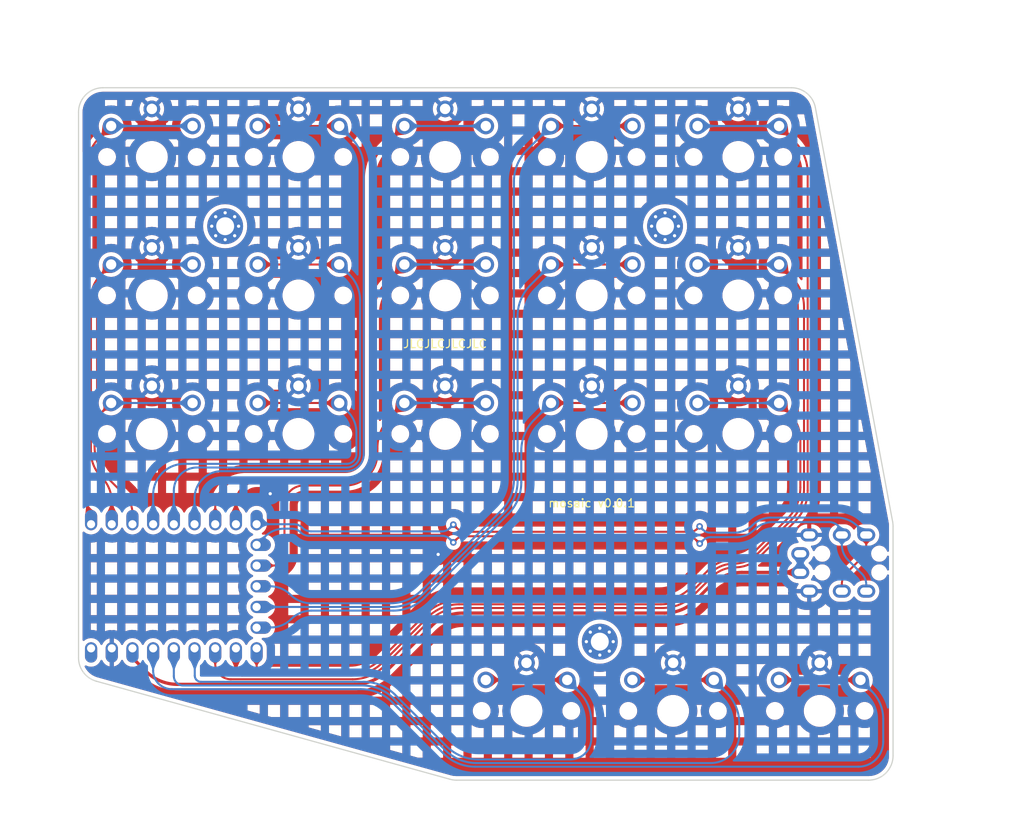
<source format=kicad_pcb>
(kicad_pcb (version 20221018) (generator pcbnew)
  (title_block (title "mosaic_pcb") (rev "v1.0.0") (company "Unknown"))
  (layers (0 "F.Cu" signal) (31 "B.Cu" signal) (34 "B.Paste" user) (35 "F.Paste" user) (36 "B.SilkS" user "B.Silkscreen") (37 "F.SilkS" user "F.Silkscreen") (38 "B.Mask" user) (39 "F.Mask" user) (44 "Edge.Cuts" user))
  (net 0 "")
  (net 1 "matrix_pinky_bottom")
  (net 2 "GND")
  (net 3 "matrix_pinky_home")
  (net 4 "matrix_pinky_top")
  (net 5 "matrix_ring_bottom")
  (net 6 "matrix_ring_home")
  (net 7 "matrix_ring_top")
  (net 8 "matrix_middle_bottom")
  (net 9 "matrix_middle_home")
  (net 10 "matrix_middle_top")
  (net 11 "matrix_index_bottom")
  (net 12 "matrix_index_home")
  (net 13 "matrix_index_top")
  (net 14 "matrix_inner_bottom")
  (net 15 "matrix_inner_home")
  (net 16 "matrix_inner_top")
  (net 17 "thumbfan_near_home")
  (net 18 "thumbfan_home_home")
  (net 19 "thumbfan_far_home")
  (net 20 "GP8")
  (net 21 "GP9")
  (net 22 "3V3")
  (net 23 "5V")
  (footprint "MountingHole_2.2mm_M2_Pad_Via" (layer "F.Cu") (at 153 110.5)
    (fp_text reference "_2" hide)
    (fp_text value "")
  )
  (footprint "PG1350" (layer "F.Cu") (at 216 119)
    (fp_text reference "S14" hide)
    (fp_text value "" hide)
  )
  (footprint "PG1350" (layer "F.Cu") (at 162 119)
    (fp_text reference "S5" hide)
    (fp_text value "" hide)
  )
  (footprint "PG1350" (layer "F.Cu") (at 162 136)
    (fp_text reference "S4" hide)
    (fp_text value "" hide)
  )
  (footprint "PG1350" (layer "F.Cu") (at 144 119)
    (fp_text reference "S2" hide)
    (fp_text value "" hide)
  )
  (footprint "PG1350" (layer "F.Cu") (at 162 102)
    (fp_text reference "S6" hide)
    (fp_text value "" hide)
  )
  (footprint "PG1350" (layer "F.Cu") (at 180 119)
    (fp_text reference "S8" hide)
    (fp_text value "" hide)
  )
  (footprint "PG1350" (layer "F.Cu") (at 198 136)
    (fp_text reference "S10" hide)
    (fp_text value "" hide)
  )
  (footprint "MountingHole_2.2mm_M2_Pad_Via" (layer "F.Cu") (at 198.99 161.5)
    (fp_text reference "_3" hide)
    (fp_text value "")
  )
  (footprint "PG1350" (layer "F.Cu") (at 180 136)
    (fp_text reference "S7" hide)
    (fp_text value "" hide)
  )
  (footprint "PG1350" (layer "F.Cu") (at 144 102)
    (fp_text reference "S3" hide)
    (fp_text value "" hide)
  )
  (footprint "PG1350" (layer "F.Cu") (at 225.99 170)
    (fp_text reference "S18" hide)
    (fp_text value "" hide)
  )
  (footprint "TRRS-PJ-320A-dual" (layer "F.Cu") (at 234.9 153 -90)
    (fp_text reference "TRRS1")
    (fp_text value "TRRS-PJ-320A-dual")
  )
  (footprint "PG1350" (layer "F.Cu") (at 144 136)
    (fp_text reference "S1" hide)
    (fp_text value "" hide)
  )
  (footprint "MountingHole_2.2mm_M2_Pad_Via" (layer "F.Cu") (at 207 110.5)
    (fp_text reference "_4" hide)
    (fp_text value "")
  )
  (footprint "PG1350" (layer "F.Cu") (at 198 102)
    (fp_text reference "S12" hide)
    (fp_text value "" hide)
  )
  (footprint "rp2040_zero_tht_pads" (layer "F.Cu") (at 146.7 154.7 90)
    (fp_text reference "")
    (fp_text value "")
  )
  (footprint "PG1350" (layer "F.Cu") (at 216 136)
    (fp_text reference "S13" hide)
    (fp_text value "" hide)
  )
  (footprint "PG1350" (layer "F.Cu") (at 198 119)
    (fp_text reference "S11" hide)
    (fp_text value "" hide)
  )
  (footprint "PG1350" (layer "F.Cu") (at 216 102)
    (fp_text reference "S15" hide)
    (fp_text value "" hide)
  )
  (footprint "PG1350" (layer "F.Cu") (at 180 102)
    (fp_text reference "S9" hide)
    (fp_text value "" hide)
  )
  (footprint "PG1350" (layer "F.Cu") (at 189.99 170)
    (fp_text reference "S16" hide)
    (fp_text value "" hide)
  )
  (footprint "PG1350" (layer "F.Cu") (at 207.99 170)
    (fp_text reference "S17" hide)
    (fp_text value "" hide)
  )
  (gr_line (start 234.99 147.327438) (end 234.99 175.5) (stroke (width 0.15)) (layer "Edge.Cuts"))
  (gr_arc (start 222.507906 93.499999) (mid 224.424868 94.192347) (end 225.457027 95.949828) (stroke (width 0.15)) (layer "Edge.Cuts"))
  (gr_arc (start 234.93912 146.777266) (mid 234.977253 147.051178) (end 234.99 147.327438) (stroke (width 0.15)) (layer "Edge.Cuts"))
  (gr_line (start 225.457027 95.949828) (end 234.93912 146.777266) (stroke (width 0.15)) (layer "Edge.Cuts"))
  (gr_arc (start 181.398154 178.5) (mid 180.993726 178.472615) (end 180.596681 178.390959) (stroke (width 0.15)) (layer "Edge.Cuts"))
  (gr_arc (start 137.198528 166.359507) (mid 135.61207 165.284531) (end 135 163.468548) (stroke (width 0.15)) (layer "Edge.Cuts"))
  (gr_line (start 231.99 178.5) (end 181.398154 178.5) (stroke (width 0.15)) (layer "Edge.Cuts"))
  (gr_line (start 180.596681 178.390959) (end 137.198528 166.359507) (stroke (width 0.15)) (layer "Edge.Cuts"))
  (gr_arc (start 234.99 175.5) (mid 234.11132 177.62132) (end 231.99 178.5) (stroke (width 0.15)) (layer "Edge.Cuts"))
  (gr_line (start 138 93.5) (end 222.507906 93.5) (stroke (width 0.15)) (layer "Edge.Cuts"))
  (gr_line (start 135 163.468548) (end 135 96.5) (stroke (width 0.15)) (layer "Edge.Cuts"))
  (gr_arc (start 135 96.5) (mid 135.87868 94.37868) (end 138 93.5) (stroke (width 0.15)) (layer "Edge.Cuts"))
  (gr_text "JLCJLCJLCJLC" (at 180 124.95) (layer "F.SilkS") (effects (font (size 1 1))))
  (gr_text "mosaic v0.0.1" (at 198 144.5) (layer "F.SilkS") (effects (font (size 1 1))))
  (segment (start 136.97 135.665426) (end 136.97 137.546036) (width 0.25) (layer "F.Cu") (net 1))
  (segment (start 138.563792 141.393792) (end 140.690154 143.520154) (width 0.25) (layer "F.Cu") (net 1))
  (segment (start 137.985 133.215) (end 139 132.2) (width 0.25) (layer "F.Cu") (net 1))
  (arc (start 138.563792 141.393792) (mid 137.384213 139.628426) (end 136.97 137.546036) (width 0.25) (layer "F.Cu") (net 1))
  (arc (start 140.690154 143.520154) (mid 141.37834 144.550098) (end 141.62 145.765) (width 0.25) (layer "F.Cu") (net 1))
  (arc (start 136.97 135.665426) (mid 137.233789 134.339265) (end 137.985 133.215) (width 0.25) (layer "F.Cu") (net 1))
  (segment (start 139 132.2) (end 149 132.2) (width 0.25) (layer "B.Cu") (net 1))
  (via (at 158.53 143.34) (size 0.8) (drill 0.4) (layers "F.Cu" "B.Cu") (net 2))
  (via (at 179.15 150.79) (size 0.8) (drill 0.4) (layers "F.Cu" "B.Cu") (net 2))
  (segment (start 139.08 144.356589) (end 139.08 147.08) (width 0.25) (layer "F.Cu") (net 3))
  (segment (start 137.76 116.44) (end 139 115.2) (width 0.25) (layer "F.Cu") (net 3))
  (segment (start 136.52 119.433624) (end 136.52 138.176202) (width 0.25) (layer "F.Cu") (net 3))
  (arc (start 137.76 116.44) (mid 136.842265 117.813486) (end 136.52 119.433624) (width 0.25) (layer "F.Cu") (net 3))
  (arc (start 139.08 144.356589) (mid 138.747338 142.684188) (end 137.8 141.266396) (width 0.25) (layer "F.Cu") (net 3))
  (arc (start 137.8 141.266396) (mid 136.852661 139.848603) (end 136.52 138.176202) (width 0.25) (layer "F.Cu") (net 3))
  (segment (start 139 115.2) (end 149 115.2) (width 0.25) (layer "B.Cu") (net 3))
  (segment (start 137.535 99.665) (end 139 98.2) (width 0.25) (layer "F.Cu") (net 4))
  (segment (start 136.07 103.201822) (end 136.07 146.61) (width 0.25) (layer "F.Cu") (net 4))
  (arc (start 137.535 99.665) (mid 136.450741 101.287707) (end 136.07 103.201822) (width 0.25) (layer "F.Cu") (net 4))
  (segment (start 139 98.2) (end 149 98.2) (width 0.25) (layer "B.Cu") (net 4))
  (segment (start 157 132.2) (end 167 132.2) (width 0.25) (layer "F.Cu") (net 5))
  (segment (start 168.055 133.255) (end 167 132.2) (width 0.25) (layer "B.Cu") (net 5))
  (segment (start 169.11 135.801995) (end 169.11 138.475025) (width 0.25) (layer "B.Cu") (net 5))
  (segment (start 147.983919 139.67) (end 167.915025 139.67) (width 0.25) (layer "B.Cu") (net 5))
  (segment (start 144.16 143.493919) (end 144.16 147.08) (width 0.25) (layer "B.Cu") (net 5))
  (arc (start 169.11 135.801995) (mid 168.835814 134.423571) (end 168.055 133.255) (width 0.25) (layer "B.Cu") (net 5))
  (arc (start 144.16 143.493919) (mid 144.451078 142.030568) (end 145.28 140.79) (width 0.25) (layer "B.Cu") (net 5))
  (arc (start 145.28 140.79) (mid 146.520568 139.961078) (end 147.983919 139.67) (width 0.25) (layer "B.Cu") (net 5))
  (arc (start 168.76 139.32) (mid 169.019037 138.932322) (end 169.11 138.475025) (width 0.25) (layer "B.Cu") (net 5))
  (arc (start 168.76 139.32) (mid 168.372322 139.579037) (end 167.915025 139.67) (width 0.25) (layer "B.Cu") (net 5))
  (segment (start 157 115.2) (end 167 115.2) (width 0.25) (layer "F.Cu") (net 6))
  (segment (start 146.7 142.970868) (end 146.7 147.08) (width 0.25) (layer "B.Cu") (net 6))
  (segment (start 167.915025 140.12) (end 149.550868 140.12) (width 0.25) (layer "B.Cu") (net 6))
  (segment (start 168.28 116.48) (end 167 115.2) (width 0.25) (layer "B.Cu") (net 6))
  (segment (start 169.56 138.475025) (end 169.56 119.570193) (width 0.25) (layer "B.Cu") (net 6))
  (arc (start 146.7 142.970868) (mid 146.917009 141.879888) (end 147.535 140.955) (width 0.25) (layer "B.Cu") (net 6))
  (arc (start 167.915025 140.12) (mid 168.544529 139.994783) (end 169.078198 139.638198) (width 0.25) (layer "B.Cu") (net 6))
  (arc (start 147.535 140.955) (mid 148.459888 140.337009) (end 149.550868 140.12) (width 0.25) (layer "B.Cu") (net 6))
  (arc (start 169.56 119.570193) (mid 169.227338 117.897792) (end 168.28 116.48) (width 0.25) (layer "B.Cu") (net 6))
  (arc (start 169.56 138.475025) (mid 169.434783 139.104529) (end 169.078198 139.638198) (width 0.25) (layer "B.Cu") (net 6))
  (segment (start 157 98.2) (end 167 98.2) (width 0.25) (layer "F.Cu") (net 7))
  (segment (start 152.585929 140.57) (end 167.915024 140.57) (width 0.25) (layer "B.Cu") (net 7))
  (segment (start 168.505 99.705) (end 167 98.2) (width 0.25) (layer "B.Cu") (net 7))
  (segment (start 149.24 143.915929) (end 149.24 147.08) (width 0.25) (layer "B.Cu") (net 7))
  (segment (start 170.01 138.475024) (end 170.01 103.338391) (width 0.25) (layer "B.Cu") (net 7))
  (arc (start 170.01 138.475024) (mid 169.850529 139.276736) (end 169.396396 139.956396) (width 0.25) (layer "B.Cu") (net 7))
  (arc (start 152.585929 140.57) (mid 151.305497 140.824693) (end 150.22 141.55) (width 0.25) (layer "B.Cu") (net 7))
  (arc (start 167.915024 140.57) (mid 168.716736 140.410529) (end 169.396396 139.956396) (width 0.25) (layer "B.Cu") (net 7))
  (arc (start 150.22 141.55) (mid 149.494693 142.635497) (end 149.24 143.915929) (width 0.25) (layer "B.Cu") (net 7))
  (arc (start 168.505 99.705) (mid 169.618863 101.372014) (end 170.01 103.338391) (width 0.25) (layer "B.Cu") (net 7))
  (segment (start 171.69 137.763963) (end 171.69 138.391349) (width 0.25) (layer "F.Cu") (net 8))
  (segment (start 158.880172 152.16) (end 156.86 152.16) (width 0.25) (layer "F.Cu") (net 8))
  (segment (start 162.635807 142.33) (end 167.751349 142.33) (width 0.25) (layer "F.Cu") (net 8))
  (segment (start 173.283792 133.916207) (end 175 132.2) (width 0.25) (layer "F.Cu") (net 8))
  (segment (start 160.28 150.760172) (end 160.28 144.685807) (width 0.25) (layer "F.Cu") (net 8))
  (arc (start 170.536396 141.176396) (mid 169.258605 142.030188) (end 167.751349 142.33) (width 0.25) (layer "F.Cu") (net 8))
  (arc (start 173.283792 133.916207) (mid 172.104213 135.681572) (end 171.69 137.763963) (width 0.25) (layer "F.Cu") (net 8))
  (arc (start 158.880172 152.16) (mid 159.415863 152.053444) (end 159.87 151.75) (width 0.25) (layer "F.Cu") (net 8))
  (arc (start 160.97 143.02) (mid 161.734278 142.509325) (end 162.635807 142.33) (width 0.25) (layer "F.Cu") (net 8))
  (arc (start 170.536396 141.176396) (mid 171.390188 139.898605) (end 171.69 138.391349) (width 0.25) (layer "F.Cu") (net 8))
  (arc (start 160.97 143.02) (mid 160.459325 143.784278) (end 160.28 144.685807) (width 0.25) (layer "F.Cu") (net 8))
  (arc (start 160.28 150.760172) (mid 160.173444 151.295863) (end 159.87 151.75) (width 0.25) (layer "F.Cu") (net 8))
  (segment (start 175 132.2) (end 185 132.2) (width 0.25) (layer "B.Cu") (net 8))
  (segment (start 172.833792 117.366207) (end 175 115.2) (width 0.25) (layer "F.Cu") (net 9))
  (segment (start 171.24 121.213963) (end 171.24 138.391349) (width 0.25) (layer "F.Cu") (net 9))
  (segment (start 154.32 144.44066) (end 154.32 147.08) (width 0.25) (layer "F.Cu") (net 9))
  (segment (start 167.751349 141.88) (end 156.88066 141.88) (width 0.25) (layer "F.Cu") (net 9))
  (arc (start 172.833792 117.366207) (mid 171.654213 119.131572) (end 171.24 121.213963) (width 0.25) (layer "F.Cu") (net 9))
  (arc (start 155.07 142.63) (mid 154.514918 143.460737) (end 154.32 144.44066) (width 0.25) (layer "F.Cu") (net 9))
  (arc (start 171.24 138.391349) (mid 170.974442 139.726398) (end 170.218198 140.858198) (width 0.25) (layer "F.Cu") (net 9))
  (arc (start 155.07 142.63) (mid 155.900737 142.074918) (end 156.88066 141.88) (width 0.25) (layer "F.Cu") (net 9))
  (arc (start 167.751349 141.88) (mid 169.086398 141.614442) (end 170.218198 140.858198) (width 0.25) (layer "F.Cu") (net 9))
  (segment (start 175 115.2) (end 185 115.2) (width 0.25) (layer "B.Cu") (net 9))
  (segment (start 170.79 138.391349) (end 170.79 104.663963) (width 0.25) (layer "F.Cu") (net 10))
  (segment (start 151.78 145.134421) (end 151.78 147.08) (width 0.25) (layer "F.Cu") (net 10))
  (segment (start 155.484421 141.43) (end 167.751349 141.43) (width 0.25) (layer "F.Cu") (net 10))
  (segment (start 172.383792 100.816207) (end 175 98.2) (width 0.25) (layer "F.Cu") (net 10))
  (arc (start 152.865 142.515) (mid 154.0668 141.711982) (end 155.484421 141.43) (width 0.25) (layer "F.Cu") (net 10))
  (arc (start 169.9 140.54) (mid 168.91419 141.198696) (end 167.751349 141.43) (width 0.25) (layer "F.Cu") (net 10))
  (arc (start 172.383792 100.816207) (mid 171.204213 102.581572) (end 170.79 104.663963) (width 0.25) (layer "F.Cu") (net 10))
  (arc (start 152.865 142.515) (mid 152.061982 143.7168) (end 151.78 145.134421) (width 0.25) (layer "F.Cu") (net 10))
  (arc (start 170.79 138.391349) (mid 170.558696 139.55419) (end 169.9 140.54) (width 0.25) (layer "F.Cu") (net 10))
  (segment (start 175 98.2) (end 185 98.2) (width 0.25) (layer "B.Cu") (net 10))
  (segment (start 193 132.2) (end 203 132.2) (width 0.25) (layer "F.Cu") (net 11))
  (segment (start 177.476584 156.096207) (end 187.756207 145.816584) (width 0.25) (layer "B.Cu") (net 11))
  (segment (start 158.62336 159.75) (end 156.89 159.75) (width 0.25) (layer "B.Cu") (net 11))
  (segment (start 190.943792 134.256207) (end 193 132.2) (width 0.25) (layer "B.Cu") (net 11))
  (segment (start 189.35 141.968828) (end 189.35 138.103963) (width 0.25) (layer "B.Cu") (net 11))
  (segment (start 173.628828 157.69) (end 163.596639 157.69) (width 0.25) (layer "B.Cu") (net 11))
  (arc (start 190.943792 134.256207) (mid 189.764213 136.021572) (end 189.35 138.103963) (width 0.25) (layer "B.Cu") (net 11))
  (arc (start 177.476584 156.096207) (mid 175.711218 157.275786) (end 173.628828 157.69) (width 0.25) (layer "B.Cu") (net 11))
  (arc (start 161.11 158.72) (mid 162.250879 157.957688) (end 163.596639 157.69) (width 0.25) (layer "B.Cu") (net 11))
  (arc (start 189.35 141.968828) (mid 188.935786 144.051218) (end 187.756207 145.816584) (width 0.25) (layer "B.Cu") (net 11))
  (arc (start 158.62336 159.75) (mid 159.969119 159.482311) (end 161.11 158.72) (width 0.25) (layer "B.Cu") (net 11))
  (segment (start 193 115.2) (end 203 115.2) (width 0.25) (layer "F.Cu") (net 12))
  (segment (start 177.290188 155.646207) (end 187.306207 145.630188) (width 0.25) (layer "B.Cu") (net 12))
  (segment (start 188.9 121.553963) (end 188.9 141.782432) (width 0.25) (layer "B.Cu") (net 12))
  (segment (start 173.442432 157.24) (end 156.86 157.24) (width 0.25) (layer "B.Cu") (net 12))
  (segment (start 190.493792 117.706207) (end 193 115.2) (width 0.25) (layer "B.Cu") (net 12))
  (arc (start 177.290188 155.646207) (mid 175.524822 156.825786) (end 173.442432 157.24) (width 0.25) (layer "B.Cu") (net 12))
  (arc (start 190.493792 117.706207) (mid 189.314213 119.471572) (end 188.9 121.553963) (width 0.25) (layer "B.Cu") (net 12))
  (arc (start 187.306207 145.630188) (mid 188.485786 143.864822) (end 188.9 141.782432) (width 0.25) (layer "B.Cu") (net 12))
  (segment (start 193 98.2) (end 203 98.2) (width 0.25) (layer "F.Cu") (net 13))
  (segment (start 177.103792 155.196207) (end 186.856207 145.443792) (width 0.25) (layer "B.Cu") (net 13))
  (segment (start 173.256036 156.79) (end 163.547853 156.79) (width 0.25) (layer "B.Cu") (net 13))
  (segment (start 158.502146 154.7) (end 156.86 154.7) (width 0.25) (layer "B.Cu") (net 13))
  (segment (start 190.043792 101.156207) (end 193 98.2) (width 0.25) (layer "B.Cu") (net 13))
  (segment (start 188.45 141.596036) (end 188.45 105.003963) (width 0.25) (layer "B.Cu") (net 13))
  (arc (start 188.45 141.596036) (mid 188.035786 143.678426) (end 186.856207 145.443792) (width 0.25) (layer "B.Cu") (net 13))
  (arc (start 163.547853 156.79) (mid 162.182494 156.518413) (end 161.025 155.745) (width 0.25) (layer "B.Cu") (net 13))
  (arc (start 190.043792 101.156207) (mid 188.864213 102.921572) (end 188.45 105.003963) (width 0.25) (layer "B.Cu") (net 13))
  (arc (start 158.502146 154.7) (mid 159.867504 154.971586) (end 161.025 155.745) (width 0.25) (layer "B.Cu") (net 13))
  (arc (start 177.103792 155.196207) (mid 175.338426 156.375786) (end 173.256036 156.79) (width 0.25) (layer "B.Cu") (net 13))
  (segment (start 222.305 133.505) (end 221 132.2) (width 0.25) (layer "F.Cu") (net 14))
  (segment (start 218.155662 150.271545) (end 222.016207 146.411) (width 0.25) (layer "F.Cu") (net 14))
  (segment (start 210.152116 154.871207) (end 212.34487 152.678454) (width 0.25) (layer "F.Cu") (net 14))
  (segment (start 156.86 164.369982) (end 156.86 162.32) (width 0.25) (layer "F.Cu") (net 14))
  (segment (start 223.61 142.563244) (end 223.61 136.655548) (width 0.25) (layer "F.Cu") (net 14))
  (segment (start 168.27436 165.215) (end 157.705017 165.215) (width 0.25) (layer "F.Cu") (net 14))
  (segment (start 206.30436 156.465) (end 181.532288 156.465) (width 0.25) (layer "F.Cu") (net 14))
  (segment (start 172.122116 163.621207) (end 177.684532 158.058792) (width 0.25) (layer "F.Cu") (net 14))
  (arc (start 222.305 133.505) (mid 223.270841 134.950483) (end 223.61 136.655548) (width 0.25) (layer "F.Cu") (net 14))
  (arc (start 156.86 164.369982) (mid 156.924323 164.693356) (end 157.1075 164.9675) (width 0.25) (layer "F.Cu") (net 14))
  (arc (start 157.1075 164.9675) (mid 157.381643 165.150676) (end 157.705017 165.215) (width 0.25) (layer "F.Cu") (net 14))
  (arc (start 223.61 142.563244) (mid 223.195786 144.645634) (end 222.016207 146.411) (width 0.25) (layer "F.Cu") (net 14))
  (arc (start 172.122116 163.621207) (mid 170.35675 164.800786) (end 168.27436 165.215) (width 0.25) (layer "F.Cu") (net 14))
  (arc (start 215.250266 151.475) (mid 213.677877 151.787767) (end 212.34487 152.678454) (width 0.25) (layer "F.Cu") (net 14))
  (arc (start 218.155662 150.271545) (mid 216.822655 151.162232) (end 215.250266 151.475) (width 0.25) (layer "F.Cu") (net 14))
  (arc (start 181.532288 156.465) (mid 179.449897 156.879213) (end 177.684532 158.058792) (width 0.25) (layer "F.Cu") (net 14))
  (arc (start 206.30436 156.465) (mid 208.38675 156.050786) (end 210.152116 154.871207) (width 0.25) (layer "F.Cu") (net 14))
  (segment (start 211 132.2) (end 221 132.2) (width 0.25) (layer "B.Cu") (net 14))
  (segment (start 206.490756 156.915) (end 181.718684 156.915) (width 0.25) (layer "F.Cu") (net 15))
  (segment (start 154.32 164.922408) (end 154.32 162.32) (width 0.25) (layer "F.Cu") (net 15))
  (segment (start 212.531266 153.128454) (end 210.338512 155.321207) (width 0.25) (layer "F.Cu") (net 15))
  (segment (start 224.06 142.74964) (end 224.06 120.423746) (width 0.25) (layer "F.Cu") (net 15))
  (segment (start 218.342058 150.721545) (end 222.466207 146.597396) (width 0.25) (layer "F.Cu") (net 15))
  (segment (start 222.53 116.73) (end 221 115.2) (width 0.25) (layer "F.Cu") (net 15))
  (segment (start 168.460756 165.665) (end 155.062591 165.665) (width 0.25) (layer "F.Cu") (net 15))
  (segment (start 172.308512 164.071207) (end 177.870928 158.508792) (width 0.25) (layer "F.Cu") (net 15))
  (arc (start 206.490756 156.915) (mid 208.573146 156.500786) (end 210.338512 155.321207) (width 0.25) (layer "F.Cu") (net 15))
  (arc (start 224.06 120.423746) (mid 223.662365 118.424705) (end 222.53 116.73) (width 0.25) (layer "F.Cu") (net 15))
  (arc (start 177.870928 158.508792) (mid 179.636293 157.329213) (end 181.718684 156.915) (width 0.25) (layer "F.Cu") (net 15))
  (arc (start 172.308512 164.071207) (mid 170.543146 165.250786) (end 168.460756 165.665) (width 0.25) (layer "F.Cu") (net 15))
  (arc (start 224.06 142.74964) (mid 223.645786 144.83203) (end 222.466207 146.597396) (width 0.25) (layer "F.Cu") (net 15))
  (arc (start 154.5375 165.4475) (mid 154.778413 165.608473) (end 155.062591 165.665) (width 0.25) (layer "F.Cu") (net 15))
  (arc (start 212.531266 153.128454) (mid 213.864273 152.237767) (end 215.436662 151.925) (width 0.25) (layer "F.Cu") (net 15))
  (arc (start 218.342058 150.721545) (mid 217.009051 151.612232) (end 215.436662 151.925) (width 0.25) (layer "F.Cu") (net 15))
  (arc (start 154.5375 165.4475) (mid 154.376526 165.206585) (end 154.32 164.922408) (width 0.25) (layer "F.Cu") (net 15))
  (segment (start 211 115.2) (end 221 115.2) (width 0.25) (layer "B.Cu") (net 15))
  (segment (start 172.494908 164.521207) (end 178.057323 158.958792) (width 0.25) (layer "F.Cu") (net 16))
  (segment (start 224.51 103.963963) (end 224.51 142.936036) (width 0.25) (layer "F.Cu") (net 16))
  (segment (start 218.528454 151.171545) (end 222.916207 146.783792) (width 0.25) (layer "F.Cu") (net 16))
  (segment (start 210.524908 155.771207) (end 212.717662 153.578454) (width 0.25) (layer "F.Cu") (net 16))
  (segment (start 222.916207 100.116207) (end 221 98.2) (width 0.25) (layer "F.Cu") (net 16))
  (segment (start 206.677152 157.365) (end 181.90508 157.365) (width 0.25) (layer "F.Cu") (net 16))
  (segment (start 151.78 164.194504) (end 151.78 162.32) (width 0.25) (layer "F.Cu") (net 16))
  (segment (start 168.647152 166.115) (end 153.700495 166.115) (width 0.25) (layer "F.Cu") (net 16))
  (arc (start 153.700495 166.115) (mid 152.965553 165.968811) (end 152.3425 165.5525) (width 0.25) (layer "F.Cu") (net 16))
  (arc (start 172.494908 164.521207) (mid 170.729542 165.700786) (end 168.647152 166.115) (width 0.25) (layer "F.Cu") (net 16))
  (arc (start 210.524908 155.771207) (mid 208.759542 156.950786) (end 206.677152 157.365) (width 0.25) (layer "F.Cu") (net 16))
  (arc (start 212.717662 153.578454) (mid 214.050669 152.687767) (end 215.623058 152.375) (width 0.25) (layer "F.Cu") (net 16))
  (arc (start 181.90508 157.365) (mid 179.822689 157.779213) (end 178.057323 158.958792) (width 0.25) (layer "F.Cu") (net 16))
  (arc (start 224.51 103.963963) (mid 224.095786 101.881572) (end 222.916207 100.116207) (width 0.25) (layer "F.Cu") (net 16))
  (arc (start 151.78 164.194504) (mid 151.926188 164.929446) (end 152.3425 165.5525) (width 0.25) (layer "F.Cu") (net 16))
  (arc (start 222.916207 146.783792) (mid 224.095786 145.018426) (end 224.51 142.936036) (width 0.25) (layer "F.Cu") (net 16))
  (arc (start 218.528454 151.171545) (mid 217.195447 152.062232) (end 215.623058 152.375) (width 0.25) (layer "F.Cu") (net 16))
  (segment (start 211 98.2) (end 221 98.2) (width 0.25) (layer "B.Cu") (net 16))
  (segment (start 184.99 166.2) (end 194.99 166.2) (width 0.25) (layer "F.Cu") (net 17))
  (segment (start 180.198999 174.356207) (end 173.866584 168.023792) (width 0.25) (layer "B.Cu") (net 17))
  (segment (start 196.465 167.675) (end 194.99 166.2) (width 0.25) (layer "B.Cu") (net 17))
  (segment (start 195.413481 175.95) (end 184.046755 175.95) (width 0.25) (layer "B.Cu") (net 17))
  (segment (start 149.27 165.661801) (end 149.27 162.35) (width 0.25) (layer "B.Cu") (net 17))
  (segment (start 150.038198 166.43) (end 170.018828 166.43) (width 0.25) (layer "B.Cu") (net 17))
  (segment (start 197.94 171.235965) (end 197.94 173.423481) (width 0.25) (layer "B.Cu") (net 17))
  (arc (start 197.2 175.21) (mid 196.380338 175.75768) (end 195.413481 175.95) (width 0.25) (layer "B.Cu") (net 17))
  (arc (start 180.198999 174.356207) (mid 181.964364 175.535786) (end 184.046755 175.95) (width 0.25) (layer "B.Cu") (net 17))
  (arc (start 197.2 175.21) (mid 197.74768 174.390338) (end 197.94 173.423481) (width 0.25) (layer "B.Cu") (net 17))
  (arc (start 173.866584 168.023792) (mid 172.101218 166.844213) (end 170.018828 166.43) (width 0.25) (layer "B.Cu") (net 17))
  (arc (start 149.495 166.205) (mid 149.328475 165.955778) (end 149.27 165.661801) (width 0.25) (layer "B.Cu") (net 17))
  (arc (start 149.495 166.205) (mid 149.744221 166.371524) (end 150.038198 166.43) (width 0.25) (layer "B.Cu") (net 17))
  (arc (start 196.465 167.675) (mid 197.556659 169.308784) (end 197.94 171.235965) (width 0.25) (layer "B.Cu") (net 17))
  (segment (start 202.99 166.2) (end 212.99 166.2) (width 0.25) (layer "F.Cu") (net 18))
  (segment (start 173.680188 168.473792) (end 180.012603 174.806207) (width 0.25) (layer "B.Cu") (net 18))
  (segment (start 146.7 165.719167) (end 146.7 162.32) (width 0.25) (layer "B.Cu") (net 18))
  (segment (start 147.860832 166.88) (end 169.832432 166.88) (width 0.25) (layer "B.Cu") (net 18))
  (segment (start 183.860359 176.4) (end 212.610431 176.4) (width 0.25) (layer "B.Cu") (net 18))
  (segment (start 214.55 167.76) (end 212.99 166.2) (width 0.25) (layer "B.Cu") (net 18))
  (segment (start 216.11 172.900431) (end 216.11 171.526173) (width 0.25) (layer "B.Cu") (net 18))
  (arc (start 147.04 166.54) (mid 147.416601 166.791636) (end 147.860832 166.88) (width 0.25) (layer "B.Cu") (net 18))
  (arc (start 183.860359 176.4) (mid 181.777968 175.985786) (end 180.012603 174.806207) (width 0.25) (layer "B.Cu") (net 18))
  (arc (start 214.55 167.76) (mid 215.704569 169.487934) (end 216.11 171.526173) (width 0.25) (layer "B.Cu") (net 18))
  (arc (start 146.7 165.719167) (mid 146.788363 166.163398) (end 147.04 166.54) (width 0.25) (layer "B.Cu") (net 18))
  (arc (start 173.680188 168.473792) (mid 171.914822 167.294213) (end 169.832432 166.88) (width 0.25) (layer "B.Cu") (net 18))
  (arc (start 216.11 172.900431) (mid 215.843611 174.239658) (end 215.085 175.375) (width 0.25) (layer "B.Cu") (net 18))
  (arc (start 212.610431 176.4) (mid 213.949658 176.133611) (end 215.085 175.375) (width 0.25) (layer "B.Cu") (net 18))
  (segment (start 220.99 166.2) (end 230.99 166.2) (width 0.25) (layer "F.Cu") (net 19))
  (segment (start 144.16 165.042476) (end 144.16 162.32) (width 0.25) (layer "B.Cu") (net 19))
  (segment (start 173.493792 168.923792) (end 179.826207 175.256207) (width 0.25) (layer "B.Cu") (net 19))
  (segment (start 230.724278 176.85) (end 183.673963 176.85) (width 0.25) (layer "B.Cu") (net 19))
  (segment (start 232.385 167.595) (end 230.99 166.2) (width 0.25) (layer "B.Cu") (net 19))
  (segment (start 169.646036 167.33) (end 146.447523 167.33) (width 0.25) (layer "B.Cu") (net 19))
  (segment (start 233.78 173.794278) (end 233.78 170.962827) (width 0.25) (layer "B.Cu") (net 19))
  (arc (start 230.724278 176.85) (mid 231.893652 176.617397) (end 232.885 175.955) (width 0.25) (layer "B.Cu") (net 19))
  (arc (start 179.826207 175.256207) (mid 181.591572 176.435786) (end 183.673963 176.85) (width 0.25) (layer "B.Cu") (net 19))
  (arc (start 144.16 165.042476) (mid 144.334127 165.917873) (end 144.83 166.66) (width 0.25) (layer "B.Cu") (net 19))
  (arc (start 173.493792 168.923792) (mid 171.728426 167.744213) (end 169.646036 167.33) (width 0.25) (layer "B.Cu") (net 19))
  (arc (start 144.83 166.66) (mid 145.572125 167.155872) (end 146.447523 167.33) (width 0.25) (layer "B.Cu") (net 19))
  (arc (start 233.78 173.794278) (mid 233.547397 174.963652) (end 232.885 175.955) (width 0.25) (layer "B.Cu") (net 19))
  (arc (start 232.385 167.595) (mid 233.417451 169.140172) (end 233.78 170.962827) (width 0.25) (layer "B.Cu") (net 19))
  (segment (start 210.91 147.68) (end 211.24 147.35) (width 0.25) (layer "F.Cu") (net 20))
  (segment (start 210.113309 148.01) (end 182.512253 148.01) (width 0.25) (layer "F.Cu") (net 20))
  (segment (start 231.7 149.525) (end 231.7 148.4) (width 0.25) (layer "F.Cu") (net 20))
  (segment (start 228.7 154.475) (end 228.7 155.3) (width 0.25) (layer "F.Cu") (net 20))
  (segment (start 229.283363 153.066636) (end 230.904504 151.445494) (width 0.25) (layer "F.Cu") (net 20))
  (segment (start 181.45 147.57) (end 181.01 147.13) (width 0.25) (layer "F.Cu") (net 20))
  (via (at 181.01 147.13) (size 0.8) (drill 0.4) (layers "F.Cu" "B.Cu") (net 20))
  (via (at 211.24 147.35) (size 0.8) (drill 0.4) (layers "F.Cu" "B.Cu") (net 20))
  (arc (start 181.45 147.57) (mid 181.937366 147.895647) (end 182.512253 148.01) (width 0.25) (layer "F.Cu") (net 20))
  (arc (start 230.904504 151.445494) (mid 231.493257 150.564364) (end 231.7 149.525) (width 0.25) (layer "F.Cu") (net 20))
  (arc (start 229.283363 153.066636) (mid 228.851611 153.712799) (end 228.7 154.475) (width 0.25) (layer "F.Cu") (net 20))
  (arc (start 210.91 147.68) (mid 210.544475 147.924235) (end 210.113309 148.01) (width 0.25) (layer "F.Cu") (net 20))
  (segment (start 212.554472 148.12) (end 215.514034 148.12) (width 0.25) (layer "B.Cu") (net 20))
  (segment (start 156.86 147.08) (end 161.425564 147.08) (width 0.25) (layer "B.Cu") (net 20))
  (segment (start 180.595 147.545) (end 181.01 147.13) (width 0.25) (layer "B.Cu") (net 20))
  (segment (start 228.063862 146.27) (end 219.980329 146.27) (width 0.25) (layer "B.Cu") (net 20))
  (segment (start 230.635 147.335) (end 231.7 148.4) (width 0.25) (layer "B.Cu") (net 20))
  (segment (start 163.550071 147.96) (end 179.593101 147.96) (width 0.25) (layer "B.Cu") (net 20))
  (segment (start 211.625 147.735) (end 211.24 147.35) (width 0.25) (layer "B.Cu") (net 20))
  (arc (start 161.425564 147.08) (mid 162.000451 147.194352) (end 162.487818 147.52) (width 0.25) (layer "B.Cu") (net 20))
  (arc (start 211.625 147.735) (mid 212.051445 148.019941) (end 212.554472 148.12) (width 0.25) (layer "B.Cu") (net 20))
  (arc (start 230.635 147.335) (mid 229.455351 146.546784) (end 228.063862 146.27) (width 0.25) (layer "B.Cu") (net 20))
  (arc (start 179.593101 147.96) (mid 180.135324 147.852145) (end 180.595 147.545) (width 0.25) (layer "B.Cu") (net 20))
  (arc (start 162.487818 147.52) (mid 162.975184 147.845647) (end 163.550071 147.96) (width 0.25) (layer "B.Cu") (net 20))
  (arc (start 217.747182 147.195) (mid 216.722605 147.8796) (end 215.514034 148.12) (width 0.25) (layer "B.Cu") (net 20))
  (arc (start 217.747182 147.195) (mid 218.771758 146.510399) (end 219.980329 146.27) (width 0.25) (layer "B.Cu") (net 20))
  (segment (start 211.26 149.47) (end 210.805 149.015) (width 0.25) (layer "F.Cu") (net 21))
  (segment (start 181.39 148.94) (end 181.01 149.32) (width 0.25) (layer "F.Cu") (net 21))
  (segment (start 209.706532 148.56) (end 182.307401 148.56) (width 0.25) (layer "F.Cu") (net 21))
  (via (at 211.26 149.47) (size 0.8) (drill 0.4) (layers "F.Cu" "B.Cu") (net 21))
  (via (at 181.01 149.32) (size 0.8) (drill 0.4) (layers "F.Cu" "B.Cu") (net 21))
  (arc (start 181.39 148.94) (mid 181.810907 148.658758) (end 182.307401 148.56) (width 0.25) (layer "F.Cu") (net 21))
  (arc (start 209.706532 148.56) (mid 210.301018 148.67825) (end 210.805 149.015) (width 0.25) (layer "F.Cu") (net 21))
  (segment (start 228.245 147.275) (end 228.7 147.73) (width 0.25) (layer "B.Cu") (net 21))
  (segment (start 231.7 154.505) (end 231.7 155.3) (width 0.25) (layer "B.Cu") (net 21))
  (segment (start 228.7 149.555) (end 228.7 148.4) (width 0.25) (layer "B.Cu") (net 21))
  (segment (start 160.257142 147.63) (end 161.197746 147.63) (width 0.25) (layer "B.Cu") (net 21))
  (segment (start 163.322253 148.51) (end 179.627243 148.51) (width 0.25) (layer "B.Cu") (net 21))
  (segment (start 211.26 149.47) (end 211.66 149.07) (width 0.25) (layer "B.Cu") (net 21))
  (segment (start 227.146532 146.82) (end 220.208147 146.82) (width 0.25) (layer "B.Cu") (net 21))
  (segment (start 157.855 148.625) (end 156.86 149.62) (width 0.25) (layer "B.Cu") (net 21))
  (segment (start 180.605 148.915) (end 181.01 149.32) (width 0.25) (layer "B.Cu") (net 21))
  (segment (start 212.625685 148.67) (end 215.741852 148.67) (width 0.25) (layer "B.Cu") (net 21))
  (segment (start 231.13785 153.14785) (end 229.516708 151.526708) (width 0.25) (layer "B.Cu") (net 21))
  (arc (start 217.975 147.745) (mid 216.950423 148.4296) (end 215.741852 148.67) (width 0.25) (layer "B.Cu") (net 21))
  (arc (start 160.257142 147.63) (mid 158.957112 147.888592) (end 157.855 148.625) (width 0.25) (layer "B.Cu") (net 21))
  (arc (start 231.7 154.505) (mid 231.553901 153.770515) (end 231.13785 153.14785) (width 0.25) (layer "B.Cu") (net 21))
  (arc (start 229.516708 151.526708) (mid 228.912255 150.62208) (end 228.7 149.555) (width 0.25) (layer "B.Cu") (net 21))
  (arc (start 180.605 148.915) (mid 180.156401 148.615256) (end 179.627243 148.51) (width 0.25) (layer "B.Cu") (net 21))
  (arc (start 217.975 147.745) (mid 218.999576 147.060399) (end 220.208147 146.82) (width 0.25) (layer "B.Cu") (net 21))
  (arc (start 227.146532 146.82) (mid 227.741018 146.93825) (end 228.245 147.275) (width 0.25) (layer "B.Cu") (net 21))
  (arc (start 162.26 148.07) (mid 161.772633 147.744352) (end 161.197746 147.63) (width 0.25) (layer "B.Cu") (net 21))
  (arc (start 212.625685 148.67) (mid 212.10306 148.773956) (end 211.66 149.07) (width 0.25) (layer "B.Cu") (net 21))
  (arc (start 162.26 148.07) (mid 162.747366 148.395647) (end 163.322253 148.51) (width 0.25) (layer "B.Cu") (net 21))
  (segment (start 182.163963 157.99) (end 206.936036 157.99) (width 0.4) (layer "F.Cu") (net 22))
  (segment (start 223.6 153) (end 216.433963 153) (width 0.4) (layer "F.Cu") (net 22))
  (segment (start 178.316207 159.583792) (end 172.753792 165.146207) (width 0.4) (layer "F.Cu") (net 22))
  (segment (start 147.133963 166.74) (end 168.906036 166.74) (width 0.4) (layer "F.Cu") (net 22))
  (segment (start 210.783792 156.396206) (end 212.586207 154.593792) (width 0.4) (layer "F.Cu") (net 22))
  (segment (start 143.286207 165.146207) (end 141.62 163.48) (width 0.4) (layer "F.Cu") (net 22))
  (arc (start 147.133963 166.74) (mid 145.051572 166.325786) (end 143.286207 165.146207) (width 0.4) (layer "F.Cu") (net 22))
  (arc (start 168.906036 166.74) (mid 170.988426 166.325786) (end 172.753792 165.146207) (width 0.4) (layer "F.Cu") (net 22))
  (arc (start 178.316207 159.583792) (mid 180.081572 158.404213) (end 182.163963 157.99) (width 0.4) (layer "F.Cu") (net 22))
  (arc (start 210.783792 156.396206) (mid 209.018426 157.575786) (end 206.936036 157.99) (width 0.4) (layer "F.Cu") (net 22))
  (arc (start 212.586207 154.593792) (mid 214.351572 153.414213) (end 216.433963 153) (width 0.4) (layer "F.Cu") (net 22))
  (segment (start 223.6 150.7) (end 223.6 153) (width 0.4) (layer "B.Cu") (net 22))
  (zone (net 2) (net_name "GND") (layers "F&B.Cu") (connect_pads (clearance 0.508)) (min_thickness 0.25) (fill yes (mode hatch) (thermal_gap 0.5) (thermal_bridge_width 0.5) (hatch_thickness 1) (hatch_gap 1.5) (hatch_orientation 0) (hatch_border_algorithm hatch_thickness) (hatch_min_hole_area 0.3))
    (polygon (pts (xy 125.36 85.5) (xy 234.11 82.73) (xy 251.08 152.34) (xy 250.04 182.47) (xy 178 183.51) (xy 132.64 170)))
  )
)
</source>
